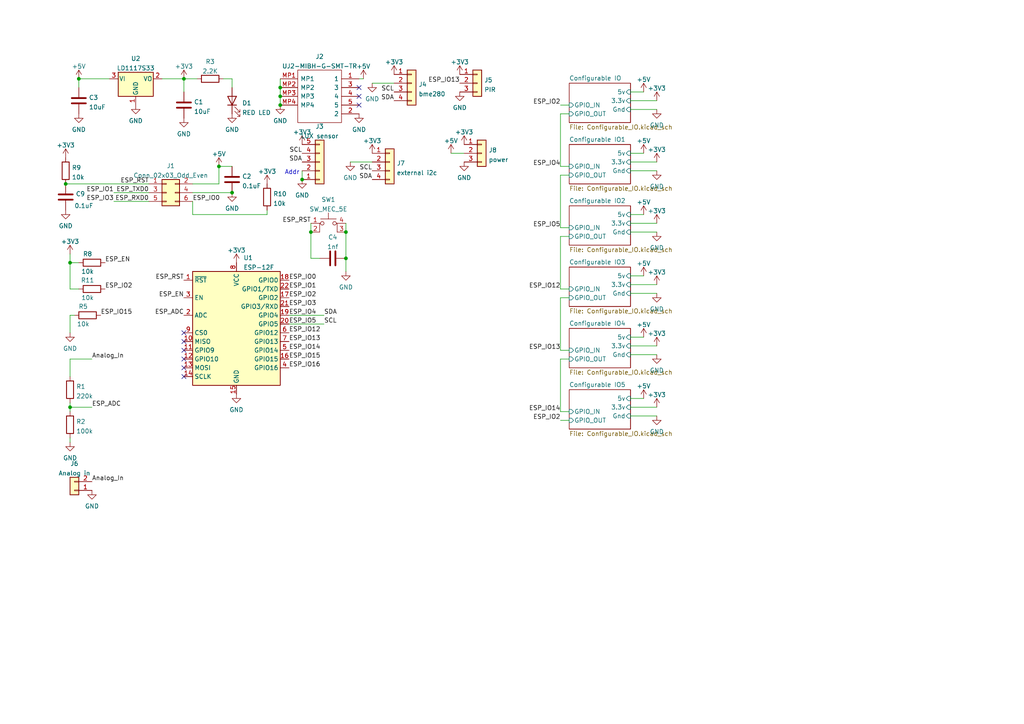
<source format=kicad_sch>
(kicad_sch (version 20211123) (generator eeschema)
  (paper "A4")
  (lib_symbols
    (symbol "Connector_Generic:Conn_01x02" (pin_names (offset 1.016) hide)
      (property "Reference" "J" (at 0 2.54 0))
      (property "Value" "Conn_01x02" (at 0 -5.08 0))
      (symbol "Conn_01x02_1_1"
        (rectangle (start -1.27 -2.413) (end 0 -2.667) (stroke (width 0.1524)))
        (rectangle (start -1.27 0.127) (end 0 -0.127) (stroke (width 0.1524)))
        (rectangle (start -1.27 1.27) (end 1.27 -3.81) (stroke (width 0.254)) (fill (type background)))
        (pin passive line (at -5.08 0 0) (length 3.81) (name "Pin_1") (number "1"))
        (pin passive line (at -5.08 -2.54 0) (length 3.81) (name "Pin_2") (number "2"))
      )
    )
    (symbol "Connector_Generic:Conn_01x03" (pin_names (offset 1.016) hide)
      (property "Reference" "J" (at 0 5.08 0))
      (property "Value" "Conn_01x03" (at 0 -5.08 0))
      (symbol "Conn_01x03_1_1"
        (rectangle (start -1.27 -2.413) (end 0 -2.667) (stroke (width 0.1524)))
        (rectangle (start -1.27 0.127) (end 0 -0.127) (stroke (width 0.1524)))
        (rectangle (start -1.27 2.667) (end 0 2.413) (stroke (width 0.1524)))
        (rectangle (start -1.27 3.81) (end 1.27 -3.81) (stroke (width 0.254)) (fill (type background)))
        (pin passive line (at -5.08 2.54 0) (length 3.81) (name "Pin_1") (number "1"))
        (pin passive line (at -5.08 0 0) (length 3.81) (name "Pin_2") (number "2"))
        (pin passive line (at -5.08 -2.54 0) (length 3.81) (name "Pin_3") (number "3"))
      )
    )
    (symbol "Connector_Generic:Conn_01x04" (pin_names (offset 1.016) hide)
      (property "Reference" "J" (at 0 5.08 0))
      (property "Value" "Conn_01x04" (at 0 -7.62 0))
      (symbol "Conn_01x04_1_1"
        (rectangle (start -1.27 -4.953) (end 0 -5.207) (stroke (width 0.1524)))
        (rectangle (start -1.27 -2.413) (end 0 -2.667) (stroke (width 0.1524)))
        (rectangle (start -1.27 0.127) (end 0 -0.127) (stroke (width 0.1524)))
        (rectangle (start -1.27 2.667) (end 0 2.413) (stroke (width 0.1524)))
        (rectangle (start -1.27 3.81) (end 1.27 -6.35) (stroke (width 0.254)) (fill (type background)))
        (pin passive line (at -5.08 2.54 0) (length 3.81) (name "Pin_1") (number "1"))
        (pin passive line (at -5.08 0 0) (length 3.81) (name "Pin_2") (number "2"))
        (pin passive line (at -5.08 -2.54 0) (length 3.81) (name "Pin_3") (number "3"))
        (pin passive line (at -5.08 -5.08 0) (length 3.81) (name "Pin_4") (number "4"))
      )
    )
    (symbol "Connector_Generic:Conn_01x05" (pin_names (offset 1.016) hide)
      (property "Reference" "J" (at 0 7.62 0))
      (property "Value" "Conn_01x05" (at 0 -7.62 0))
      (symbol "Conn_01x05_1_1"
        (rectangle (start -1.27 -4.953) (end 0 -5.207) (stroke (width 0.1524)))
        (rectangle (start -1.27 -2.413) (end 0 -2.667) (stroke (width 0.1524)))
        (rectangle (start -1.27 0.127) (end 0 -0.127) (stroke (width 0.1524)))
        (rectangle (start -1.27 2.667) (end 0 2.413) (stroke (width 0.1524)))
        (rectangle (start -1.27 5.207) (end 0 4.953) (stroke (width 0.1524)))
        (rectangle (start -1.27 6.35) (end 1.27 -6.35) (stroke (width 0.254)) (fill (type background)))
        (pin passive line (at -5.08 5.08 0) (length 3.81) (name "Pin_1") (number "1"))
        (pin passive line (at -5.08 2.54 0) (length 3.81) (name "Pin_2") (number "2"))
        (pin passive line (at -5.08 0 0) (length 3.81) (name "Pin_3") (number "3"))
        (pin passive line (at -5.08 -2.54 0) (length 3.81) (name "Pin_4") (number "4"))
        (pin passive line (at -5.08 -5.08 0) (length 3.81) (name "Pin_5") (number "5"))
      )
    )
    (symbol "Connector_Generic:Conn_02x03_Odd_Even" (pin_names (offset 1.016) hide)
      (property "Reference" "J" (at 1.27 5.08 0))
      (property "Value" "Conn_02x03_Odd_Even" (at 1.27 -5.08 0))
      (symbol "Conn_02x03_Odd_Even_1_1"
        (rectangle (start -1.27 -2.413) (end 0 -2.667) (stroke (width 0.1524)))
        (rectangle (start -1.27 0.127) (end 0 -0.127) (stroke (width 0.1524)))
        (rectangle (start -1.27 2.667) (end 0 2.413) (stroke (width 0.1524)))
        (rectangle (start -1.27 3.81) (end 3.81 -3.81) (stroke (width 0.254)) (fill (type background)))
        (rectangle (start 3.81 -2.413) (end 2.54 -2.667) (stroke (width 0.1524)))
        (rectangle (start 3.81 0.127) (end 2.54 -0.127) (stroke (width 0.1524)))
        (rectangle (start 3.81 2.667) (end 2.54 2.413) (stroke (width 0.1524)))
        (pin passive line (at -5.08 2.54 0) (length 3.81) (name "Pin_1") (number "1"))
        (pin passive line (at 7.62 2.54 180) (length 3.81) (name "Pin_2") (number "2"))
        (pin passive line (at -5.08 0 0) (length 3.81) (name "Pin_3") (number "3"))
        (pin passive line (at 7.62 0 180) (length 3.81) (name "Pin_4") (number "4"))
        (pin passive line (at -5.08 -2.54 0) (length 3.81) (name "Pin_5") (number "5"))
        (pin passive line (at 7.62 -2.54 180) (length 3.81) (name "Pin_6") (number "6"))
      )
    )
    (symbol "Device:C" (pin_numbers hide) (pin_names (offset 0.254))
      (property "Reference" "C" (at 0.635 2.54 0))
      (property "Value" "C" (at 0.635 -2.54 0))
      (symbol "C_0_1"
        (polyline (pts (xy -2.032 -0.762) (xy 2.032 -0.762)) (stroke (width 0.508)))
        (polyline (pts (xy -2.032 0.762) (xy 2.032 0.762)) (stroke (width 0.508)))
      )
      (symbol "C_1_1"
        (pin passive line (at 0 3.81 270) (length 2.794) (name "~") (number "1"))
        (pin passive line (at 0 -3.81 90) (length 2.794) (name "~") (number "2"))
      )
    )
    (symbol "Device:LED" (pin_numbers hide) (pin_names (offset 1.016) hide)
      (property "Reference" "D" (at 0 2.54 0))
      (property "Value" "LED" (at 0 -2.54 0))
      (symbol "LED_0_1"
        (polyline (pts (xy -1.27 -1.27) (xy -1.27 1.27)) (stroke (width 0.254)))
        (polyline (pts (xy -1.27 0) (xy 1.27 0)))
        (polyline (pts (xy 1.27 -1.27) (xy 1.27 1.27) (xy -1.27 0) (xy 1.27 -1.27)) (stroke (width 0.254)))
        (polyline (pts (xy -3.048 -0.762) (xy -4.572 -2.286) (xy -3.81 -2.286) (xy -4.572 -2.286) (xy -4.572 -1.524)))
        (polyline (pts (xy -1.778 -0.762) (xy -3.302 -2.286) (xy -2.54 -2.286) (xy -3.302 -2.286) (xy -3.302 -1.524)))
      )
      (symbol "LED_1_1"
        (pin passive line (at -3.81 0 0) (length 2.54) (name "K") (number "1"))
        (pin passive line (at 3.81 0 180) (length 2.54) (name "A") (number "2"))
      )
    )
    (symbol "Device:R" (pin_numbers hide) (pin_names (offset 0))
      (property "Reference" "R" (at 2.032 0 90))
      (property "Value" "R" (at 0 0 90))
      (symbol "R_0_1"
        (rectangle (start -1.016 -2.54) (end 1.016 2.54) (stroke (width 0.254)))
      )
      (symbol "R_1_1"
        (pin passive line (at 0 3.81 270) (length 1.27) (name "~") (number "1"))
        (pin passive line (at 0 -3.81 90) (length 1.27) (name "~") (number "2"))
      )
    )
    (symbol "RF_Module:ESP-12F"
      (property "Reference" "U" (at -12.7 19.05 0))
      (property "Value" "ESP-12F" (at 12.7 19.05 0))
      (symbol "ESP-12F_0_1"
        (rectangle (start -12.7 17.78) (end 12.7 -15.24) (stroke (width 0.254)) (fill (type background)))
      )
      (symbol "ESP-12F_1_1"
        (pin input line (at -15.24 15.24 0) (length 2.54) (name "~{RST}") (number "1"))
        (pin bidirectional line (at -15.24 -2.54 0) (length 2.54) (name "MISO") (number "10"))
        (pin bidirectional line (at -15.24 -5.08 0) (length 2.54) (name "GPIO9") (number "11"))
        (pin bidirectional line (at -15.24 -7.62 0) (length 2.54) (name "GPIO10") (number "12"))
        (pin bidirectional line (at -15.24 -10.16 0) (length 2.54) (name "MOSI") (number "13"))
        (pin bidirectional line (at -15.24 -12.7 0) (length 2.54) (name "SCLK") (number "14"))
        (pin power_in line (at 0 -17.78 90) (length 2.54) (name "GND") (number "15"))
        (pin bidirectional line (at 15.24 -7.62 180) (length 2.54) (name "GPIO15") (number "16"))
        (pin bidirectional line (at 15.24 10.16 180) (length 2.54) (name "GPIO2") (number "17"))
        (pin bidirectional line (at 15.24 15.24 180) (length 2.54) (name "GPIO0") (number "18"))
        (pin bidirectional line (at 15.24 5.08 180) (length 2.54) (name "GPIO4") (number "19"))
        (pin input line (at -15.24 5.08 0) (length 2.54) (name "ADC") (number "2"))
        (pin bidirectional line (at 15.24 2.54 180) (length 2.54) (name "GPIO5") (number "20"))
        (pin bidirectional line (at 15.24 7.62 180) (length 2.54) (name "GPIO3/RXD") (number "21"))
        (pin bidirectional line (at 15.24 12.7 180) (length 2.54) (name "GPIO1/TXD") (number "22"))
        (pin input line (at -15.24 10.16 0) (length 2.54) (name "EN") (number "3"))
        (pin bidirectional line (at 15.24 -10.16 180) (length 2.54) (name "GPIO16") (number "4"))
        (pin bidirectional line (at 15.24 -5.08 180) (length 2.54) (name "GPIO14") (number "5"))
        (pin bidirectional line (at 15.24 0 180) (length 2.54) (name "GPIO12") (number "6"))
        (pin bidirectional line (at 15.24 -2.54 180) (length 2.54) (name "GPIO13") (number "7"))
        (pin power_in line (at 0 20.32 270) (length 2.54) (name "VCC") (number "8"))
        (pin input line (at -15.24 0 0) (length 2.54) (name "CS0") (number "9"))
      )
    )
    (symbol "Regulator_Linear:LD1117S33TR_SOT223" (pin_names (offset 0.254))
      (property "Reference" "U" (at -3.81 3.175 0))
      (property "Value" "LD1117S33TR_SOT223" (at 0 3.175 0))
      (symbol "LD1117S33TR_SOT223_0_1"
        (rectangle (start -5.08 -5.08) (end 5.08 1.905) (stroke (width 0.254)) (fill (type background)))
      )
      (symbol "LD1117S33TR_SOT223_1_1"
        (pin power_in line (at 0 -7.62 90) (length 2.54) (name "GND") (number "1"))
        (pin power_out line (at 7.62 0 180) (length 2.54) (name "VO") (number "2"))
        (pin power_in line (at -7.62 0 0) (length 2.54) (name "VI") (number "3"))
      )
    )
    (symbol "Switch:SW_MEC_5E" (pin_names (offset 1.016) hide)
      (property "Reference" "SW" (at 0.635 5.715 0))
      (property "Value" "SW_MEC_5E" (at 0 -3.175 0))
      (symbol "SW_MEC_5E_0_1"
        (circle (center -1.778 2.54) (radius 0.508))
        (polyline (pts (xy -2.286 3.81) (xy 2.286 3.81)))
        (polyline (pts (xy 0 3.81) (xy 0 5.588)))
        (polyline (pts (xy -2.54 0) (xy -2.54 2.54) (xy -2.286 2.54)))
        (polyline (pts (xy 2.54 0) (xy 2.54 2.54) (xy 2.286 2.54)))
        (circle (center 1.778 2.54) (radius 0.508))
        (pin passive line (at -5.08 2.54 0) (length 2.54) (name "1") (number "1"))
        (pin passive line (at -5.08 0 0) (length 2.54) (name "2") (number "2"))
        (pin passive line (at 5.08 0 180) (length 2.54) (name "K") (number "3"))
        (pin passive line (at 5.08 2.54 180) (length 2.54) (name "A") (number "4"))
      )
    )
    (symbol "mouser:UJ2-MIBH-G-SMT-TR" (pin_names (offset 0.762))
      (property "Reference" "J" (at 19.05 7.62 0))
      (property "Value" "UJ2-MIBH-G-SMT-TR" (at 19.05 5.08 0))
      (symbol "UJ2-MIBH-G-SMT-TR_0_0"
        (pin passive line (at 22.86 0 180) (length 5.08) (name "1") (number "1"))
        (pin passive line (at 22.86 -10.16 180) (length 5.08) (name "2") (number "2"))
        (pin passive line (at 22.86 -2.54 180) (length 5.08) (name "3") (number "3"))
        (pin passive line (at 22.86 -5.08 180) (length 5.08) (name "4") (number "4"))
        (pin passive line (at 22.86 -7.62 180) (length 5.08) (name "5") (number "5"))
        (pin passive line (at 0 0 0) (length 5.08) (name "MP1") (number "MP1"))
        (pin passive line (at 0 -2.54 0) (length 5.08) (name "MP2") (number "MP2"))
        (pin passive line (at 0 -5.08 0) (length 5.08) (name "MP3") (number "MP3"))
        (pin passive line (at 0 -7.62 0) (length 5.08) (name "MP4") (number "MP4"))
      )
      (symbol "UJ2-MIBH-G-SMT-TR_0_1"
        (polyline (pts (xy 5.08 2.54) (xy 17.78 2.54) (xy 17.78 -12.7) (xy 5.08 -12.7) (xy 5.08 2.54)) (stroke (width 0.1524)))
      )
    )
    (symbol "power:+3.3V" (power) (pin_names (offset 0))
      (property "Value" "+3.3V" (at 0 3.556 0))
      (symbol "+3.3V_0_1"
        (polyline (pts (xy -0.762 1.27) (xy 0 2.54)))
        (polyline (pts (xy 0 0) (xy 0 2.54)))
        (polyline (pts (xy 0 2.54) (xy 0.762 1.27)))
      )
      (symbol "+3.3V_1_1"
        (pin power_in line (at 0 0 90) (length 0) hide (name "+3V3") (number "1"))
      )
    )
    (symbol "power:+5V" (power) (pin_names (offset 0))
      (property "Value" "+5V" (at 0 3.556 0))
      (symbol "+5V_0_1"
        (polyline (pts (xy -0.762 1.27) (xy 0 2.54)))
        (polyline (pts (xy 0 0) (xy 0 2.54)))
        (polyline (pts (xy 0 2.54) (xy 0.762 1.27)))
      )
      (symbol "+5V_1_1"
        (pin power_in line (at 0 0 90) (length 0) hide (name "+5V") (number "1"))
      )
    )
    (symbol "power:GND" (power) (pin_names (offset 0))
      (property "Value" "GND" (at 0 -3.81 0))
      (symbol "GND_0_1"
        (polyline (pts (xy 0 0) (xy 0 -1.27) (xy 1.27 -1.27) (xy 0 -2.54) (xy -1.27 -1.27) (xy 0 -1.27)))
      )
      (symbol "GND_1_1"
        (pin power_in line (at 0 0 270) (length 0) hide (name "GND") (number "1"))
      )
    )
  )
  (junction (at 87.63 52.07))
  (junction (at 67.31 55.88))
  (junction (at 63.5 48.26))
  (junction (at 81.28 25.4))
  (junction (at 81.28 30.48))
  (junction (at 100.33 67.31))
  (junction (at 81.28 27.94))
  (junction (at 53.34 22.86))
  (junction (at 20.32 76.2))
  (junction (at 22.86 22.86))
  (junction (at 100.33 74.93))
  (junction (at 20.32 118.11))
  (junction (at 90.17 67.31))
  (junction (at 19.05 53.34))
  (no_connect (at 104.14 30.48))
  (no_connect (at 104.14 25.4))
  (no_connect (at 53.34 96.52))
  (no_connect (at 53.34 101.6))
  (no_connect (at 53.34 99.06))
  (no_connect (at 53.34 109.22))
  (no_connect (at 53.34 106.68))
  (no_connect (at 53.34 104.14))
  (no_connect (at 104.14 27.94))
  (wire (pts (xy 20.32 76.2) (xy 20.32 83.82)))
  (wire (pts (xy 67.31 22.86) (xy 64.77 22.86)))
  (wire (pts (xy 162.56 33.02) (xy 162.56 48.26)))
  (wire (pts (xy 20.32 91.44) (xy 21.59 91.44)))
  (wire (pts (xy 162.56 66.04) (xy 165.1 66.04)))
  (wire (pts (xy 20.32 109.22) (xy 20.32 104.14)))
  (wire (pts (xy 22.86 22.86) (xy 22.86 25.4)))
  (wire (pts (xy 182.88 49.53) (xy 190.5 49.53)))
  (wire (pts (xy 90.17 64.77) (xy 90.17 67.31)))
  (wire (pts (xy 20.32 118.11) (xy 26.67 118.11)))
  (wire (pts (xy 100.33 74.93) (xy 100.33 67.31)))
  (wire (pts (xy 182.88 67.31) (xy 190.5 67.31)))
  (wire (pts (xy 20.32 83.82) (xy 22.86 83.82)))
  (wire (pts (xy 55.88 55.88) (xy 67.31 55.88)))
  (wire (pts (xy 165.1 50.8) (xy 162.56 50.8)))
  (wire (pts (xy 83.82 93.98) (xy 93.98 93.98)))
  (wire (pts (xy 20.32 116.84) (xy 20.32 118.11)))
  (wire (pts (xy 162.56 104.14) (xy 162.56 119.38)))
  (wire (pts (xy 55.88 58.42) (xy 55.88 62.23)))
  (wire (pts (xy 104.14 22.86) (xy 105.41 22.86)))
  (wire (pts (xy 107.95 24.13) (xy 114.3 24.13)))
  (wire (pts (xy 90.17 67.31) (xy 90.17 74.93)))
  (wire (pts (xy 130.81 44.45) (xy 134.62 44.45)))
  (wire (pts (xy 57.15 22.86) (xy 53.34 22.86)))
  (wire (pts (xy 83.82 91.44) (xy 93.98 91.44)))
  (wire (pts (xy 20.32 96.52) (xy 20.32 91.44)))
  (wire (pts (xy 81.28 27.94) (xy 81.28 30.48)))
  (wire (pts (xy 182.88 26.67) (xy 186.69 26.67)))
  (wire (pts (xy 165.1 86.36) (xy 162.56 86.36)))
  (wire (pts (xy 19.05 53.34) (xy 43.18 53.34)))
  (wire (pts (xy 100.33 64.77) (xy 100.33 67.31)))
  (wire (pts (xy 162.56 86.36) (xy 162.56 101.6)))
  (wire (pts (xy 182.88 115.57) (xy 186.69 115.57)))
  (wire (pts (xy 162.56 30.48) (xy 165.1 30.48)))
  (wire (pts (xy 162.56 50.8) (xy 162.56 66.04)))
  (wire (pts (xy 182.88 62.23) (xy 186.69 62.23)))
  (wire (pts (xy 165.1 68.58) (xy 162.56 68.58)))
  (wire (pts (xy 90.17 74.93) (xy 92.71 74.93)))
  (wire (pts (xy 165.1 104.14) (xy 162.56 104.14)))
  (wire (pts (xy 182.88 85.09) (xy 190.5 85.09)))
  (wire (pts (xy 20.32 73.66) (xy 20.32 76.2)))
  (wire (pts (xy 81.28 25.4) (xy 81.28 27.94)))
  (wire (pts (xy 182.88 29.21) (xy 190.5 29.21)))
  (wire (pts (xy 20.32 127) (xy 20.32 128.27)))
  (wire (pts (xy 162.56 83.82) (xy 165.1 83.82)))
  (wire (pts (xy 20.32 76.2) (xy 22.86 76.2)))
  (wire (pts (xy 162.56 119.38) (xy 165.1 119.38)))
  (wire (pts (xy 182.88 31.75) (xy 190.5 31.75)))
  (wire (pts (xy 55.88 53.34) (xy 63.5 53.34)))
  (wire (pts (xy 20.32 118.11) (xy 20.32 119.38)))
  (wire (pts (xy 87.63 49.53) (xy 87.63 52.07)))
  (wire (pts (xy 46.99 22.86) (xy 53.34 22.86)))
  (wire (pts (xy 100.33 78.74) (xy 100.33 74.93)))
  (wire (pts (xy 182.88 102.87) (xy 190.5 102.87)))
  (wire (pts (xy 55.88 62.23) (xy 77.47 62.23)))
  (wire (pts (xy 182.88 82.55) (xy 190.5 82.55)))
  (wire (pts (xy 63.5 48.26) (xy 67.31 48.26)))
  (wire (pts (xy 33.02 55.88) (xy 43.18 55.88)))
  (wire (pts (xy 182.88 64.77) (xy 190.5 64.77)))
  (wire (pts (xy 20.32 104.14) (xy 26.67 104.14)))
  (wire (pts (xy 33.02 58.42) (xy 43.18 58.42)))
  (wire (pts (xy 31.75 22.86) (xy 22.86 22.86)))
  (wire (pts (xy 182.88 100.33) (xy 190.5 100.33)))
  (wire (pts (xy 53.34 22.86) (xy 53.34 26.67)))
  (wire (pts (xy 165.1 121.92) (xy 162.56 121.92)))
  (wire (pts (xy 162.56 101.6) (xy 165.1 101.6)))
  (wire (pts (xy 182.88 120.65) (xy 190.5 120.65)))
  (wire (pts (xy 182.88 44.45) (xy 186.69 44.45)))
  (wire (pts (xy 63.5 53.34) (xy 63.5 48.26)))
  (wire (pts (xy 162.56 48.26) (xy 165.1 48.26)))
  (wire (pts (xy 182.88 97.79) (xy 186.69 97.79)))
  (wire (pts (xy 162.56 68.58) (xy 162.56 83.82)))
  (wire (pts (xy 182.88 46.99) (xy 190.5 46.99)))
  (wire (pts (xy 101.6 46.99) (xy 107.95 46.99)))
  (wire (pts (xy 182.88 80.01) (xy 186.69 80.01)))
  (wire (pts (xy 77.47 62.23) (xy 77.47 60.96)))
  (wire (pts (xy 67.31 25.4) (xy 67.31 22.86)))
  (wire (pts (xy 81.28 22.86) (xy 81.28 25.4)))
  (wire (pts (xy 182.88 118.11) (xy 190.5 118.11)))
  (wire (pts (xy 165.1 33.02) (xy 162.56 33.02)))
  (text "Addr" (at 82.55 50.8 0) (effects (font (size 1.27 1.27)) (justify left bottom)))
  (label "SDA" (at 114.3 29.21 180))
  (label "ESP_IO3" (at 33.02 58.42 180))
  (label "ESP_RST" (at 90.17 64.77 180))
  (label "ESP_IO13" (at 162.56 101.6 180))
  (label "ESP_IO2" (at 162.56 121.92 180))
  (label "ESP_IO13" (at 83.82 99.06 0))
  (label "ESP_IO1" (at 83.82 83.82 0))
  (label "ESP_ADC" (at 26.67 118.11 0))
  (label "ESP_IO13" (at 133.35 24.13 180))
  (label "SCL" (at 107.95 49.53 180))
  (label "ESP_IO5" (at 162.56 66.04 180))
  (label "ESP_IO4" (at 162.56 48.26 180))
  (label "Analog_In" (at 26.67 139.7 0))
  (label "ESP_IO3" (at 83.82 88.9 0))
  (label "ESP_TXD0" (at 43.18 55.88 180))
  (label "SDA" (at 107.95 52.07 180))
  (label "ESP_IO0" (at 55.88 58.42 0))
  (label "ESP_ADC" (at 53.34 91.44 180))
  (label "ESP_IO2" (at 162.56 30.48 180))
  (label "ESP_IO14" (at 83.82 101.6 0))
  (label "ESP_IO0" (at 83.82 81.28 0))
  (label "ESP_EN" (at 30.48 76.2 0))
  (label "SDA" (at 87.63 46.99 180))
  (label "ESP_IO15" (at 29.21 91.44 0))
  (label "ESP_IO5" (at 83.82 93.98 0))
  (label "ESP_IO1" (at 33.02 55.88 180))
  (label "SDA" (at 93.98 91.44 0))
  (label "ESP_IO12" (at 83.82 96.52 0))
  (label "ESP_IO4" (at 83.82 91.44 0))
  (label "ESP_IO12" (at 162.56 83.82 180))
  (label "ESP_EN" (at 53.34 86.36 180))
  (label "ESP_IO14" (at 162.56 119.38 180))
  (label "ESP_IO16" (at 83.82 106.68 0))
  (label "SCL" (at 114.3 26.67 180))
  (label "ESP_IO2" (at 30.48 83.82 0))
  (label "ESP_RST" (at 43.18 53.34 180))
  (label "ESP_RST" (at 53.34 81.28 180))
  (label "ESP_IO15" (at 83.82 104.14 0))
  (label "ESP_IO2" (at 83.82 86.36 0))
  (label "Analog_In" (at 26.67 104.14 0))
  (label "ESP_RXD0" (at 43.18 58.42 180))
  (label "SCL" (at 87.63 44.45 180))
  (label "SCL" (at 93.98 93.98 0))
  (symbol (lib_id "Device:C") (at 96.52 74.93 90) (unit 1)
    (property "Reference" "C4" (at 96.52 68.8045 90))
    (property "Value" "1nf" (at 96.52 71.5796 90))
    (property "Footprint" "Capacitor_SMD:C_0603_1608Metric" (effects hide))
  )
  (symbol (lib_id "Device:R") (at 19.05 49.53 0) (unit 1)
    (property "Reference" "R9" (at 20.828 48.6215 0) (effects (justify left)))
    (property "Value" "10k" (at 20.828 51.3966 0) (effects (justify left)))
    (property "Footprint" "Resistor_SMD:R_0603_1608Metric" (effects hide))
  )
  (symbol (lib_id "power:GND") (at 26.67 142.24 0) (unit 1)
    (property "Reference" "#PWR0127" (effects hide))
    (property "Value" "GND" (at 26.67 146.8025 0))
  )
  (symbol (lib_id "power:GND") (at 107.95 24.13 0) (unit 1)
    (property "Reference" "#PWR0110" (effects hide))
    (property "Value" "GND" (at 107.95 28.6925 0))
  )
  (symbol (lib_id "power:+5V") (at 186.69 44.45 0) (unit 1)
    (property "Reference" "#PWR0144" (effects hide))
    (property "Value" "+5V" (at 186.69 40.8455 0))
  )
  (symbol (lib_id "Connector_Generic:Conn_01x03") (at 138.43 24.13 0) (unit 1)
    (property "Reference" "J5" (at 140.462 23.2215 0) (effects (justify left)))
    (property "Value" "PIR" (at 140.462 25.9966 0) (effects (justify left)))
    (property "Footprint" "Connector_PinHeader_2.54mm:PinHeader_1x03_P2.54mm_Vertical" (effects hide))
  )
  (symbol (lib_id "Device:R") (at 20.32 113.03 0) (unit 1)
    (property "Reference" "R1" (at 22.098 112.1215 0) (effects (justify left)))
    (property "Value" "220k" (at 22.098 114.8966 0) (effects (justify left)))
    (property "Footprint" "Resistor_SMD:R_0603_1608Metric" (effects hide))
  )
  (symbol (lib_id "power:GND") (at 190.5 49.53 0) (unit 1)
    (property "Reference" "#PWR0145" (effects hide))
    (property "Value" "GND" (at 190.5 54.0925 0))
  )
  (symbol (lib_id "power:GND") (at 101.6 46.99 0) (unit 1)
    (property "Reference" "#PWR0129" (effects hide))
    (property "Value" "GND" (at 101.6 51.5525 0))
  )
  (symbol (lib_id "power:+3.3V") (at 68.58 76.2 0) (unit 1)
    (property "Reference" "#PWR0109" (effects hide))
    (property "Value" "+3.3V" (at 68.58 72.5955 0))
  )
  (symbol (lib_id "Device:R") (at 25.4 91.44 90) (unit 1)
    (property "Reference" "R5" (at 24.13 88.9 90))
    (property "Value" "10k" (at 24.13 93.98 90))
    (property "Footprint" "Resistor_SMD:R_0603_1608Metric" (effects hide))
  )
  (symbol (lib_id "power:GND") (at 67.31 55.88 0) (unit 1)
    (property "Reference" "#PWR0105" (effects hide))
    (property "Value" "GND" (at 67.31 60.4425 0))
  )
  (symbol (lib_id "power:+3.3V") (at 134.62 41.91 0) (unit 1)
    (property "Reference" "#PWR0130" (effects hide))
    (property "Value" "+3.3V" (at 134.62 38.3055 0))
  )
  (symbol (lib_id "Device:C") (at 67.31 52.07 0) (unit 1)
    (property "Reference" "C2" (at 70.231 51.1615 0) (effects (justify left)))
    (property "Value" "0.1uF" (at 70.231 53.9366 0) (effects (justify left)))
    (property "Footprint" "Capacitor_SMD:C_0603_1608Metric" (effects hide))
  )
  (symbol (lib_id "power:+5V") (at 186.69 115.57 0) (unit 1)
    (property "Reference" "#PWR0136" (effects hide))
    (property "Value" "+5V" (at 186.69 111.9655 0))
  )
  (symbol (lib_id "Device:C") (at 53.34 30.48 0) (unit 1)
    (property "Reference" "C1" (at 56.261 29.5715 0) (effects (justify left)))
    (property "Value" "10uF" (at 56.261 32.3466 0) (effects (justify left)))
    (property "Footprint" "Capacitor_SMD:C_1206_3216Metric" (effects hide))
  )
  (symbol (lib_id "power:+3.3V") (at 190.5 46.99 0) (unit 1)
    (property "Reference" "#PWR0143" (effects hide))
    (property "Value" "+3.3V" (at 190.5 43.3855 0))
  )
  (symbol (lib_id "power:+3.3V") (at 190.5 29.21 0) (unit 1)
    (property "Reference" "#PWR0148" (effects hide))
    (property "Value" "+3.3V" (at 190.5 25.6055 0))
  )
  (symbol (lib_id "power:GND") (at 81.28 30.48 0) (unit 1)
    (property "Reference" "#PWR0123" (effects hide))
    (property "Value" "GND" (at 81.28 35.0425 0))
  )
  (symbol (lib_id "Connector_Generic:Conn_01x02") (at 21.59 142.24 180) (unit 1)
    (property "Reference" "J6" (at 21.59 134.4635 0))
    (property "Value" "Analog in" (at 21.59 137.2386 0))
    (property "Footprint" "Connector_PinHeader_2.54mm:PinHeader_1x02_P2.54mm_Vertical" (effects hide))
  )
  (symbol (lib_id "Device:C") (at 22.86 29.21 0) (unit 1)
    (property "Reference" "C3" (at 25.781 28.3015 0) (effects (justify left)))
    (property "Value" "10uF" (at 25.781 31.0766 0) (effects (justify left)))
    (property "Footprint" "Capacitor_SMD:C_1206_3216Metric" (effects hide))
  )
  (symbol (lib_id "power:GND") (at 190.5 102.87 0) (unit 1)
    (property "Reference" "#PWR0138" (effects hide))
    (property "Value" "GND" (at 190.5 107.4325 0))
  )
  (symbol (lib_id "power:GND") (at 20.32 128.27 0) (unit 1)
    (property "Reference" "#PWR0108" (effects hide))
    (property "Value" "GND" (at 20.32 132.8325 0))
  )
  (symbol (lib_id "power:+5V") (at 186.69 97.79 0) (unit 1)
    (property "Reference" "#PWR0139" (effects hide))
    (property "Value" "+5V" (at 186.69 94.1855 0))
  )
  (symbol (lib_id "power:GND") (at 87.63 52.07 0) (unit 1)
    (property "Reference" "#PWR0126" (effects hide))
    (property "Value" "GND" (at 87.63 56.6325 0))
  )
  (symbol (lib_id "Switch:SW_MEC_5E") (at 95.25 67.31 0) (unit 1)
    (property "Reference" "SW1" (at 95.25 57.8825 0))
    (property "Value" "SW_MEC_5E" (at 95.25 60.6576 0))
    (property "Footprint" "Button_Switch_SMD:SW_SPST_Omron_B3FS-105xP" (effects hide))
    (property "Datasheet" "http://www.apem.com/int/index.php?controller=attachment&id_attachment=1371" (effects hide))
  )
  (symbol (lib_id "Device:R") (at 26.67 76.2 90) (unit 1)
    (property "Reference" "R8" (at 25.4 73.66 90))
    (property "Value" "10k" (at 25.4 78.74 90))
    (property "Footprint" "Resistor_SMD:R_0603_1608Metric" (effects hide))
  )
  (symbol (lib_id "Device:C") (at 19.05 57.15 0) (unit 1)
    (property "Reference" "C9" (at 21.971 56.2415 0) (effects (justify left)))
    (property "Value" "0.1uF" (at 21.59 59.69 0) (effects (justify left)))
    (property "Footprint" "Capacitor_SMD:C_0603_1608Metric" (effects hide))
  )
  (symbol (lib_id "RF_Module:ESP-12F") (at 68.58 96.52 0) (unit 1)
    (property "Reference" "U1" (at 70.5994 74.7735 0) (effects (justify left)))
    (property "Value" "ESP-12F" (at 70.5994 77.5486 0) (effects (justify left)))
    (property "Footprint" "RF_Module:ESP-12E" (effects hide))
    (property "Datasheet" "http://wiki.ai-thinker.com/_media/esp8266/esp8266_series_modules_user_manual_v1.1.pdf" (effects hide))
  )
  (symbol (lib_id "power:GND") (at 190.5 67.31 0) (unit 1)
    (property "Reference" "#PWR0133" (effects hide))
    (property "Value" "GND" (at 190.5 71.8725 0))
  )
  (symbol (lib_id "power:GND") (at 20.32 96.52 0) (unit 1)
    (property "Reference" "#PWR0107" (effects hide))
    (property "Value" "GND" (at 20.32 101.0825 0))
  )
  (symbol (lib_id "power:+3.3V") (at 107.95 44.45 0) (unit 1)
    (property "Reference" "#PWR0128" (effects hide))
    (property "Value" "+3.3V" (at 107.95 40.8455 0))
  )
  (symbol (lib_id "Connector_Generic:Conn_01x03") (at 139.7 44.45 0) (unit 1)
    (property "Reference" "J8" (at 141.732 43.5415 0) (effects (justify left)))
    (property "Value" "power" (at 141.732 46.3166 0) (effects (justify left)))
    (property "Footprint" "Connector_PinHeader_2.54mm:PinHeader_1x03_P2.54mm_Vertical" (effects hide))
  )
  (symbol (lib_id "power:+5V") (at 186.69 26.67 0) (unit 1)
    (property "Reference" "#PWR0146" (effects hide))
    (property "Value" "+5V" (at 186.69 23.0655 0))
  )
  (symbol (lib_id "power:GND") (at 53.34 34.29 0) (unit 1)
    (property "Reference" "#PWR0121" (effects hide))
    (property "Value" "GND" (at 53.34 38.8525 0))
  )
  (symbol (lib_id "power:+3.3V") (at 190.5 82.55 0) (unit 1)
    (property "Reference" "#PWR0141" (effects hide))
    (property "Value" "+3.3V" (at 190.5 78.9455 0))
  )
  (symbol (lib_id "power:GND") (at 190.5 120.65 0) (unit 1)
    (property "Reference" "#PWR0137" (effects hide))
    (property "Value" "GND" (at 190.5 125.2125 0))
  )
  (symbol (lib_id "Connector_Generic:Conn_02x03_Odd_Even") (at 48.26 55.88 0) (unit 1)
    (property "Reference" "J1" (at 49.53 48.1035 0))
    (property "Value" "Conn_02x03_Odd_Even" (at 49.53 50.8786 0))
    (property "Footprint" "Connector_IDC:IDC-Header_2x03_P2.54mm_Vertical" (effects hide))
  )
  (symbol (lib_id "power:GND") (at 100.33 78.74 0) (unit 1)
    (property "Reference" "#PWR0115" (effects hide))
    (property "Value" "GND" (at 100.33 83.3025 0))
  )
  (symbol (lib_id "power:GND") (at 22.86 33.02 0) (unit 1)
    (property "Reference" "#PWR0118" (effects hide))
    (property "Value" "GND" (at 22.86 37.5825 0))
  )
  (symbol (lib_id "power:+3.3V") (at 87.63 41.91 0) (unit 1)
    (property "Reference" "#PWR0125" (effects hide))
    (property "Value" "+3.3V" (at 87.63 38.3055 0))
  )
  (symbol (lib_id "power:+5V") (at 186.69 80.01 0) (unit 1)
    (property "Reference" "#PWR0134" (effects hide))
    (property "Value" "+5V" (at 186.69 76.4055 0))
  )
  (symbol (lib_id "power:GND") (at 104.14 33.02 0) (unit 1)
    (property "Reference" "#PWR0124" (effects hide))
    (property "Value" "GND" (at 104.14 37.5825 0))
  )
  (symbol (lib_id "Device:LED") (at 67.31 29.21 90) (unit 1)
    (property "Reference" "D1" (at 70.231 29.889 90) (effects (justify right)))
    (property "Value" "RED LED" (at 70.231 32.6641 90) (effects (justify right)))
    (property "Footprint" "LED_SMD:LED_0603_1608Metric" (effects hide))
  )
  (symbol (lib_id "Connector_Generic:Conn_01x05") (at 92.71 46.99 0) (mirror x) (unit 1)
    (property "Reference" "J3" (at 92.71 36.6735 0))
    (property "Value" "LUX sensor" (at 92.71 39.4486 0))
    (property "Footprint" "Evan's misc parts:LUX sensor" (effects hide))
  )
  (symbol (lib_id "power:+3.3V") (at 77.47 53.34 0) (unit 1)
    (property "Reference" "#PWR0102" (effects hide))
    (property "Value" "+3.3V" (at 77.47 49.7355 0))
  )
  (symbol (lib_id "Device:R") (at 26.67 83.82 90) (unit 1)
    (property "Reference" "R11" (at 25.4 81.28 90))
    (property "Value" "10k" (at 25.4 86.36 90))
    (property "Footprint" "Resistor_SMD:R_0603_1608Metric" (effects hide))
  )
  (symbol (lib_id "power:GND") (at 39.37 30.48 0) (unit 1)
    (property "Reference" "#PWR0122" (effects hide))
    (property "Value" "GND" (at 39.37 35.0425 0))
  )
  (symbol (lib_id "power:+5V") (at 63.5 48.26 0) (unit 1)
    (property "Reference" "#PWR0103" (effects hide))
    (property "Value" "+5V" (at 63.5 44.6555 0))
  )
  (symbol (lib_id "power:+3.3V") (at 133.35 21.59 0) (unit 1)
    (property "Reference" "#PWR0113" (effects hide))
    (property "Value" "+3.3V" (at 133.35 17.9855 0))
  )
  (symbol (lib_id "power:+3.3V") (at 53.34 22.86 0) (unit 1)
    (property "Reference" "#PWR0120" (effects hide))
    (property "Value" "+3.3V" (at 53.34 19.2555 0))
  )
  (symbol (lib_id "power:+3.3V") (at 190.5 100.33 0) (unit 1)
    (property "Reference" "#PWR0140" (effects hide))
    (property "Value" "+3.3V" (at 190.5 96.7255 0))
  )
  (symbol (lib_id "power:+3.3V") (at 20.32 73.66 0) (unit 1)
    (property "Reference" "#PWR0116" (effects hide))
    (property "Value" "+3.3V" (at 20.32 70.0555 0))
  )
  (symbol (lib_id "Connector_Generic:Conn_01x04") (at 119.38 24.13 0) (unit 1)
    (property "Reference" "J4" (at 121.412 24.4915 0) (effects (justify left)))
    (property "Value" "bme280" (at 121.412 27.2666 0) (effects (justify left)))
    (property "Footprint" "Evan's misc parts:BME280" (effects hide))
  )
  (symbol (lib_id "power:+3.3V") (at 114.3 21.59 0) (unit 1)
    (property "Reference" "#PWR0112" (effects hide))
    (property "Value" "+3.3V" (at 114.3 17.9855 0))
  )
  (symbol (lib_id "power:GND") (at 190.5 85.09 0) (unit 1)
    (property "Reference" "#PWR0142" (effects hide))
    (property "Value" "GND" (at 190.5 89.6525 0))
  )
  (symbol (lib_id "power:+5V") (at 105.41 22.86 0) (unit 1)
    (property "Reference" "#PWR0111" (effects hide))
    (property "Value" "+5V" (at 105.41 19.2555 0))
  )
  (symbol (lib_id "power:GND") (at 19.05 60.96 0) (unit 1)
    (property "Reference" "#PWR0101" (effects hide))
    (property "Value" "GND" (at 19.05 65.5225 0))
  )
  (symbol (lib_id "power:+5V") (at 22.86 22.86 0) (unit 1)
    (property "Reference" "#PWR0117" (effects hide))
    (property "Value" "+5V" (at 22.86 19.2555 0))
  )
  (symbol (lib_id "power:GND") (at 134.62 46.99 0) (unit 1)
    (property "Reference" "#PWR0131" (effects hide))
    (property "Value" "GND" (at 134.62 51.5525 0))
  )
  (symbol (lib_id "power:+5V") (at 130.81 44.45 0) (unit 1)
    (property "Reference" "#PWR0132" (effects hide))
    (property "Value" "+5V" (at 130.81 40.8455 0))
  )
  (symbol (lib_id "Device:R") (at 60.96 22.86 90) (unit 1)
    (property "Reference" "R3" (at 60.96 17.8775 90))
    (property "Value" "2.2K" (at 60.96 20.6526 90))
    (property "Footprint" "Resistor_SMD:R_0603_1608Metric" (effects hide))
  )
  (symbol (lib_id "power:+3.3V") (at 19.05 45.72 0) (unit 1)
    (property "Reference" "#PWR0104" (effects hide))
    (property "Value" "+3.3V" (at 19.05 42.1155 0))
  )
  (symbol (lib_id "power:+3.3V") (at 190.5 118.11 0) (unit 1)
    (property "Reference" "#PWR0135" (effects hide))
    (property "Value" "+3.3V" (at 190.5 114.5055 0))
  )
  (symbol (lib_id "power:GND") (at 190.5 31.75 0) (unit 1)
    (property "Reference" "#PWR0147" (effects hide))
    (property "Value" "GND" (at 190.5 36.3125 0))
  )
  (symbol (lib_id "Connector_Generic:Conn_01x04") (at 113.03 46.99 0) (unit 1)
    (property "Reference" "J7" (at 115.062 47.3515 0) (effects (justify left)))
    (property "Value" "external i2c" (at 115.062 50.1266 0) (effects (justify left)))
    (property "Footprint" "Connector_PinHeader_2.54mm:PinHeader_1x04_P2.54mm_Vertical" (effects hide))
  )
  (symbol (lib_id "power:+5V") (at 186.69 62.23 0) (unit 1)
    (property "Reference" "#PWR0149" (effects hide))
    (property "Value" "+5V" (at 186.69 58.6255 0))
  )
  (symbol (lib_id "Regulator_Linear:LD1117S33TR_SOT223") (at 39.37 22.86 0) (unit 1)
    (property "Reference" "U2" (at 39.37 16.9885 0))
    (property "Value" "LD1117S33" (at 39.37 19.7636 0))
    (property "Footprint" "Package_TO_SOT_SMD:SOT-223-3_TabPin2" (effects hide))
    (property "Datasheet" "http://www.st.com/st-web-ui/static/active/en/resource/technical/document/datasheet/CD00000544.pdf" (effects hide))
  )
  (symbol (lib_id "Device:R") (at 77.47 57.15 0) (unit 1)
    (property "Reference" "R10" (at 79.248 56.2415 0) (effects (justify left)))
    (property "Value" "10k" (at 79.248 59.0166 0) (effects (justify left)))
    (property "Footprint" "Resistor_SMD:R_0603_1608Metric" (effects hide))
  )
  (symbol (lib_id "power:+3.3V") (at 190.5 64.77 0) (unit 1)
    (property "Reference" "#PWR0150" (effects hide))
    (property "Value" "+3.3V" (at 190.5 61.1655 0))
  )
  (symbol (lib_id "power:GND") (at 133.35 26.67 0) (unit 1)
    (property "Reference" "#PWR0114" (effects hide))
    (property "Value" "GND" (at 133.35 31.2325 0))
  )
  (symbol (lib_id "power:GND") (at 67.31 33.02 0) (unit 1)
    (property "Reference" "#PWR0119" (effects hide))
    (property "Value" "GND" (at 67.31 37.5825 0))
  )
  (symbol (lib_id "power:GND") (at 68.58 114.3 0) (unit 1)
    (property "Reference" "#PWR0106" (effects hide))
    (property "Value" "GND" (at 68.58 118.8625 0))
  )
  (symbol (lib_id "Device:R") (at 20.32 123.19 0) (unit 1)
    (property "Reference" "R2" (at 22.098 122.2815 0) (effects (justify left)))
    (property "Value" "100k" (at 22.098 125.0566 0) (effects (justify left)))
    (property "Footprint" "Resistor_SMD:R_0603_1608Metric" (effects hide))
  )
  (symbol (lib_id "mouser:UJ2-MIBH-G-SMT-TR") (at 81.28 22.86 0) (unit 1)
    (property "Reference" "J2" (at 92.71 16.4043 0))
    (property "Value" "UJ2-MIBH-G-SMT-TR" (at 92.71 19.1794 0))
    (property "Footprint" "Evan's misc parts:UJ2MIBHGSMTTR" (effects hide))
    (property "Description" "USB Connectors" (effects hide))
    (property "Height" "3.15" (effects hide))
    (property "Mouser Part Number" "490-UJ2-MIBH-G-SMTTR" (effects hide))
    (property "Mouser Price/Stock" "https://www.mouser.co.uk/ProductDetail/CUI-Devices/UJ2-MIBH-G-SMT-TR?qs=IS%252B4QmGtzzpvS1XQusp0iA%3D%3D" (effects hide))
    (property "Manufacturer_Name" "CUI Inc." (effects hide))
    (property "Manufacturer_Part_Number" "UJ2-MIBH-G-SMT-TR" (effects hide))
  )
  (sheet (at 165.1 59.69) (size 17.78 11.43) (stroke (width 0.1524))
    (property "Sheet name" "Configurable IO2" (at 165.1 58.9784 0) (effects (justify left bottom)))
    (property "Sheet file" "Configurable_IO.kicad_sch" (at 165.1 71.7046 0) (effects (justify left top)))
    (pin "GPIO_OUT" input (at 165.1 68.58 180))
    (pin "GPIO_IN" input (at 165.1 66.04 180))
    (pin "5v" input (at 182.88 62.23 0))
    (pin "Gnd" input (at 182.88 67.31 0))
    (pin "3.3v" input (at 182.88 64.77 0))
  )
  (sheet (at 165.1 95.25) (size 17.78 11.43) (stroke (width 0.1524))
    (property "Sheet name" "Configurable IO4" (at 165.1 94.5384 0) (effects (justify left bottom)))
    (property "Sheet file" "Configurable_IO.kicad_sch" (at 165.1 107.2646 0) (effects (justify left top)))
    (pin "GPIO_OUT" input (at 165.1 104.14 180))
    (pin "GPIO_IN" input (at 165.1 101.6 180))
    (pin "5v" input (at 182.88 97.79 0))
    (pin "Gnd" input (at 182.88 102.87 0))
    (pin "3.3v" input (at 182.88 100.33 0))
  )
  (sheet (at 165.1 113.03) (size 17.78 11.43) (stroke (width 0.1524))
    (property "Sheet name" "Configurable IO5" (at 165.1 112.3184 0) (effects (justify left bottom)))
    (property "Sheet file" "Configurable_IO.kicad_sch" (at 165.1 125.0446 0) (effects (justify left top)))
    (pin "GPIO_OUT" input (at 165.1 121.92 180))
    (pin "GPIO_IN" input (at 165.1 119.38 180))
    (pin "5v" input (at 182.88 115.57 0))
    (pin "Gnd" input (at 182.88 120.65 0))
    (pin "3.3v" input (at 182.88 118.11 0))
  )
  (sheet (at 165.1 41.91) (size 17.78 11.43) (stroke (width 0.1524))
    (property "Sheet name" "Configurable IO1" (at 165.1 41.1984 0) (effects (justify left bottom)))
    (property "Sheet file" "Configurable_IO.kicad_sch" (at 165.1 53.9246 0) (effects (justify left top)))
    (pin "GPIO_OUT" input (at 165.1 50.8 180))
    (pin "GPIO_IN" input (at 165.1 48.26 180))
    (pin "5v" input (at 182.88 44.45 0))
    (pin "Gnd" input (at 182.88 49.53 0))
    (pin "3.3v" input (at 182.88 46.99 0))
  )
  (sheet (at 165.1 24.13) (size 17.78 11.43) (stroke (width 0.1524))
    (property "Sheet name" "Configurable IO" (at 165.1 23.4184 0) (effects (justify left bottom)))
    (property "Sheet file" "Configurable_IO.kicad_sch" (at 165.1 36.1446 0) (effects (justify left top)))
    (pin "GPIO_OUT" input (at 165.1 33.02 180))
    (pin "GPIO_IN" input (at 165.1 30.48 180))
    (pin "5v" input (at 182.88 26.67 0))
    (pin "Gnd" input (at 182.88 31.75 0))
    (pin "3.3v" input (at 182.88 29.21 0))
  )
  (sheet (at 165.1 77.47) (size 17.78 11.43) (stroke (width 0.1524))
    (property "Sheet name" "Configurable IO3" (at 165.1 76.7584 0) (effects (justify left bottom)))
    (property "Sheet file" "Configurable_IO.kicad_sch" (at 165.1 89.4846 0) (effects (justify left top)))
    (pin "GPIO_OUT" input (at 165.1 86.36 180))
    (pin "GPIO_IN" input (at 165.1 83.82 180))
    (pin "5v" input (at 182.88 80.01 0))
    (pin "Gnd" input (at 182.88 85.09 0))
    (pin "3.3v" input (at 182.88 82.55 0))
  )
)
</source>
